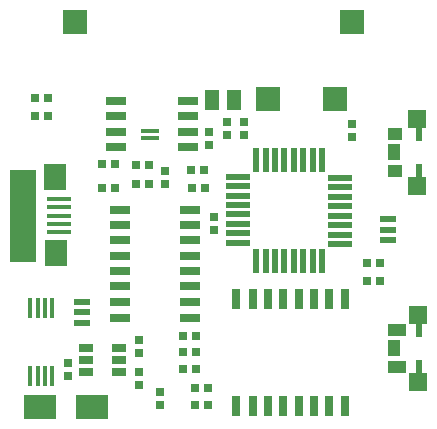
<source format=gbr>
%FSLAX34Y34*%
%MOMM*%
%LNSMDMASK_TOP*%
G71*
G01*
%ADD10R, 2.100X0.400*%
%ADD11R, 1.900X2.300*%
%ADD12R, 2.200X7.800*%
%ADD13R, 0.500X2.000*%
%ADD14R, 2.000X0.500*%
%ADD15R, 1.400X0.500*%
%ADD16R, 2.700X2.000*%
%ADD17R, 0.400X1.800*%
%ADD18R, 1.200X0.700*%
%ADD19R, 0.800X0.700*%
%ADD20R, 1.800X0.700*%
%ADD21R, 0.700X0.800*%
%ADD22R, 1.300X1.800*%
%ADD23R, 2.000X2.000*%
%ADD24R, 0.700X1.800*%
%ADD25R, 1.100X1.400*%
%ADD26R, 1.300X1.000*%
%ADD27R, 0.500X1.200*%
%ADD28R, 1.500X1.000*%
%ADD29R, 1.500X0.450*%
%ADD30R, 1.500X1.500*%
%LPD*%
X54000Y830000D02*
G54D10*
D03*
X54000Y823000D02*
G54D10*
D03*
X54000Y816000D02*
G54D10*
D03*
X54000Y802000D02*
G54D10*
D03*
X54000Y809000D02*
G54D10*
D03*
X51000Y849000D02*
G54D11*
D03*
X52000Y784000D02*
G54D11*
D03*
X24000Y816000D02*
G54D12*
D03*
X221000Y863000D02*
G54D13*
D03*
X229000Y863000D02*
G54D13*
D03*
X237000Y863000D02*
G54D13*
D03*
X245000Y863000D02*
G54D13*
D03*
X253000Y863000D02*
G54D13*
D03*
X261000Y863000D02*
G54D13*
D03*
X269000Y863000D02*
G54D13*
D03*
X277000Y863000D02*
G54D13*
D03*
X221000Y778000D02*
G54D13*
D03*
X229000Y778000D02*
G54D13*
D03*
X237000Y778000D02*
G54D13*
D03*
X245000Y778000D02*
G54D13*
D03*
X253000Y778000D02*
G54D13*
D03*
X261000Y778000D02*
G54D13*
D03*
X269000Y778000D02*
G54D13*
D03*
X277000Y778000D02*
G54D13*
D03*
X292000Y848000D02*
G54D14*
D03*
X292000Y840000D02*
G54D14*
D03*
X292000Y832000D02*
G54D14*
D03*
X292000Y824000D02*
G54D14*
D03*
X292000Y816000D02*
G54D14*
D03*
X292000Y808000D02*
G54D14*
D03*
X292000Y800000D02*
G54D14*
D03*
X292000Y792000D02*
G54D14*
D03*
X206000Y849000D02*
G54D14*
D03*
X206000Y841000D02*
G54D14*
D03*
X206000Y833000D02*
G54D14*
D03*
X206000Y825000D02*
G54D14*
D03*
X206000Y817000D02*
G54D14*
D03*
X206000Y809000D02*
G54D14*
D03*
X206000Y801000D02*
G54D14*
D03*
X206000Y793000D02*
G54D14*
D03*
X333000Y813000D02*
G54D15*
D03*
X333000Y804000D02*
G54D15*
D03*
X333000Y795000D02*
G54D15*
D03*
X38000Y654000D02*
G54D16*
D03*
X82000Y654000D02*
G54D16*
D03*
X48000Y738000D02*
G54D17*
D03*
X42000Y738000D02*
G54D17*
D03*
X36000Y738000D02*
G54D17*
D03*
X30000Y738000D02*
G54D17*
D03*
X48000Y680000D02*
G54D17*
D03*
X42000Y680000D02*
G54D17*
D03*
X36000Y680000D02*
G54D17*
D03*
X30000Y680000D02*
G54D17*
D03*
X77000Y704000D02*
G54D18*
D03*
X77000Y694000D02*
G54D18*
D03*
X77000Y684000D02*
G54D18*
D03*
X105000Y704000D02*
G54D18*
D03*
X105000Y694000D02*
G54D18*
D03*
X105000Y684000D02*
G54D18*
D03*
X61500Y691500D02*
G54D19*
D03*
X61500Y680500D02*
G54D19*
D03*
X121500Y699500D02*
G54D19*
D03*
X121500Y710500D02*
G54D19*
D03*
X106000Y821000D02*
G54D20*
D03*
X106000Y808000D02*
G54D20*
D03*
X106000Y795000D02*
G54D20*
D03*
X106000Y782000D02*
G54D20*
D03*
X106000Y769000D02*
G54D20*
D03*
X106000Y756000D02*
G54D20*
D03*
X106000Y743000D02*
G54D20*
D03*
X106000Y729000D02*
G54D20*
D03*
X165000Y821000D02*
G54D20*
D03*
X165000Y808000D02*
G54D20*
D03*
X165000Y795000D02*
G54D20*
D03*
X165000Y782000D02*
G54D20*
D03*
X165000Y769000D02*
G54D20*
D03*
X165000Y756000D02*
G54D20*
D03*
X165000Y743000D02*
G54D20*
D03*
X165000Y729000D02*
G54D20*
D03*
X74000Y743000D02*
G54D15*
D03*
X74000Y734000D02*
G54D15*
D03*
X74000Y725000D02*
G54D15*
D03*
X170096Y714500D02*
G54D21*
D03*
X159096Y714500D02*
G54D21*
D03*
X181500Y875900D02*
G54D19*
D03*
X181500Y886900D02*
G54D19*
D03*
X102000Y913000D02*
G54D20*
D03*
X102000Y900000D02*
G54D20*
D03*
X102000Y887000D02*
G54D20*
D03*
X102000Y874000D02*
G54D20*
D03*
X163000Y913000D02*
G54D20*
D03*
X163000Y900000D02*
G54D20*
D03*
X163000Y887000D02*
G54D20*
D03*
X163000Y874000D02*
G54D20*
D03*
X184000Y914000D02*
G54D22*
D03*
X202000Y914000D02*
G54D22*
D03*
X45000Y916000D02*
G54D21*
D03*
X34000Y916000D02*
G54D21*
D03*
X45000Y900000D02*
G54D21*
D03*
X34000Y900000D02*
G54D21*
D03*
X121500Y683500D02*
G54D19*
D03*
X121500Y672500D02*
G54D19*
D03*
X185500Y814500D02*
G54D19*
D03*
X185500Y803500D02*
G54D19*
D03*
X101938Y839658D02*
G54D21*
D03*
X90938Y839658D02*
G54D21*
D03*
X101938Y859658D02*
G54D21*
D03*
X90938Y859658D02*
G54D21*
D03*
X196500Y895500D02*
G54D19*
D03*
X196500Y884500D02*
G54D19*
D03*
X166500Y839500D02*
G54D21*
D03*
X177500Y839500D02*
G54D21*
D03*
X166000Y855000D02*
G54D21*
D03*
X177000Y855000D02*
G54D21*
D03*
X302500Y882500D02*
G54D19*
D03*
X302500Y893500D02*
G54D19*
D03*
X288000Y915000D02*
G54D23*
D03*
X231000Y915000D02*
G54D23*
D03*
X296000Y745000D02*
G54D24*
D03*
X283000Y745000D02*
G54D24*
D03*
X270000Y745000D02*
G54D24*
D03*
X257000Y745000D02*
G54D24*
D03*
X244000Y745000D02*
G54D24*
D03*
X231000Y745000D02*
G54D24*
D03*
X218000Y745000D02*
G54D24*
D03*
X204000Y745000D02*
G54D24*
D03*
X296000Y655000D02*
G54D24*
D03*
X283000Y655000D02*
G54D24*
D03*
X270000Y655000D02*
G54D24*
D03*
X257000Y655000D02*
G54D24*
D03*
X244000Y655000D02*
G54D24*
D03*
X231000Y655000D02*
G54D24*
D03*
X218000Y655000D02*
G54D24*
D03*
X204000Y655000D02*
G54D24*
D03*
X338000Y870000D02*
G54D25*
D03*
X338900Y885000D02*
G54D26*
D03*
X339000Y854000D02*
G54D26*
D03*
X359000Y885000D02*
G54D27*
D03*
X359000Y854000D02*
G54D27*
D03*
X338000Y704000D02*
G54D25*
D03*
X340000Y718950D02*
G54D28*
D03*
X340000Y688000D02*
G54D28*
D03*
X359000Y719000D02*
G54D27*
D03*
X359000Y688000D02*
G54D27*
D03*
X144000Y854000D02*
G54D19*
D03*
X144000Y843000D02*
G54D19*
D03*
X210500Y884500D02*
G54D19*
D03*
X210500Y895500D02*
G54D19*
D03*
X119000Y843000D02*
G54D21*
D03*
X130000Y843000D02*
G54D21*
D03*
X119000Y859000D02*
G54D21*
D03*
X130000Y859000D02*
G54D21*
D03*
X326000Y776000D02*
G54D21*
D03*
X315000Y776000D02*
G54D21*
D03*
X326000Y761000D02*
G54D21*
D03*
X315000Y760999D02*
G54D21*
D03*
X180000Y656000D02*
G54D21*
D03*
X169000Y656000D02*
G54D21*
D03*
X180000Y670000D02*
G54D21*
D03*
X169000Y670000D02*
G54D21*
D03*
X170096Y700500D02*
G54D21*
D03*
X159096Y700500D02*
G54D21*
D03*
X170096Y686500D02*
G54D21*
D03*
X159096Y686500D02*
G54D21*
D03*
X302000Y980000D02*
G54D23*
D03*
X68000Y980000D02*
G54D23*
D03*
X139595Y656000D02*
G54D19*
D03*
X139595Y667000D02*
G54D19*
D03*
X131000Y882000D02*
G54D29*
D03*
X131000Y888000D02*
G54D29*
D03*
X356900Y841000D02*
G54D30*
D03*
X356900Y898000D02*
G54D30*
D03*
X357900Y675000D02*
G54D30*
D03*
X357900Y732000D02*
G54D30*
D03*
M02*

</source>
